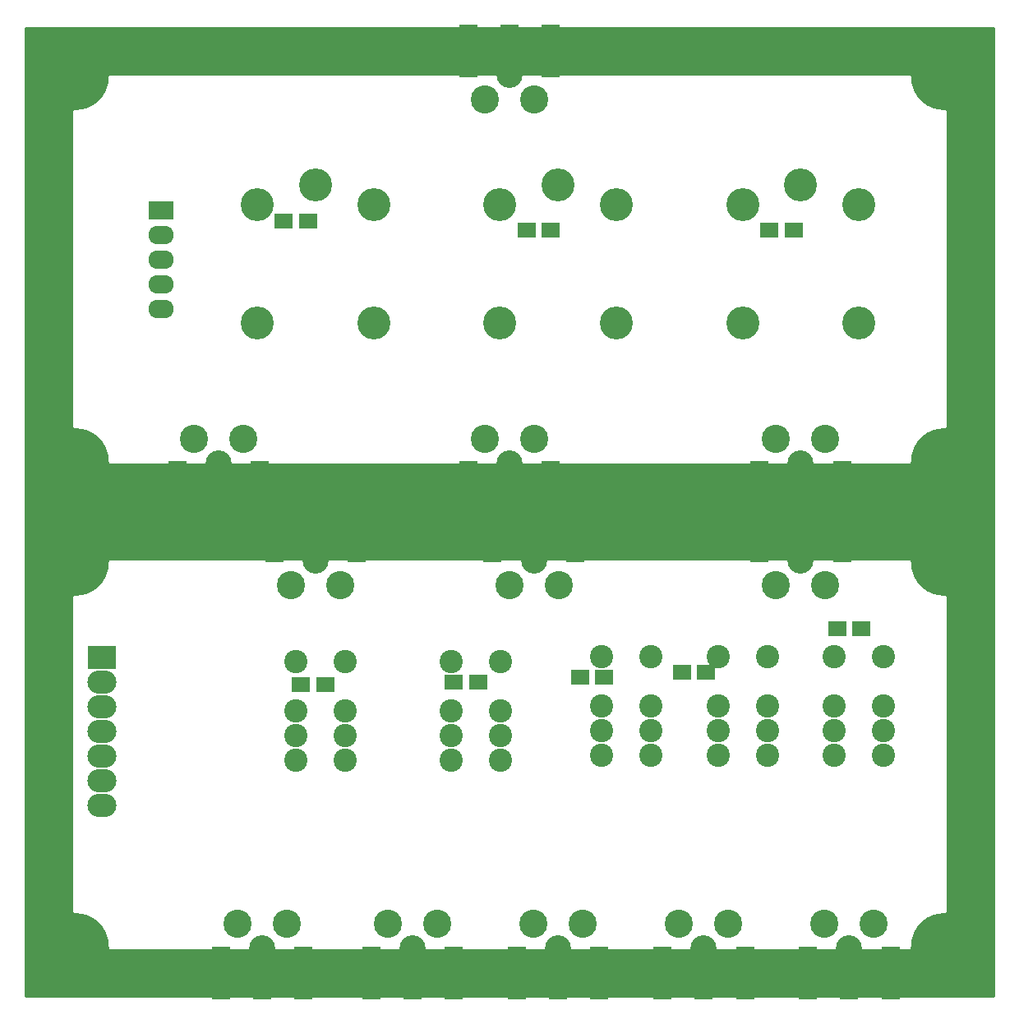
<source format=gbs>
G04 #@! TF.FileFunction,Soldermask,Bot*
%FSLAX46Y46*%
G04 Gerber Fmt 4.6, Leading zero omitted, Abs format (unit mm)*
G04 Created by KiCad (PCBNEW 4.0.7) date 01/28/18 09:58:29*
%MOMM*%
%LPD*%
G01*
G04 APERTURE LIST*
%ADD10C,0.100000*%
%ADD11R,1.900000X5.480000*%
%ADD12C,3.400000*%
%ADD13C,2.400000*%
%ADD14R,1.900000X1.650000*%
%ADD15C,2.700000*%
%ADD16C,2.900000*%
%ADD17O,2.597100X1.924000*%
%ADD18R,2.597100X1.924000*%
%ADD19C,7.400000*%
%ADD20R,3.000000X2.400000*%
%ADD21O,3.000000X2.400000*%
%ADD22C,0.254000*%
G04 APERTURE END LIST*
D10*
D11*
X45750000Y-77500000D03*
X54250000Y-77500000D03*
X50000000Y-77500000D03*
X74250000Y-72500000D03*
X65750000Y-72500000D03*
X70000000Y-72500000D03*
D12*
X106000000Y-55500000D03*
X94000000Y-55500000D03*
X94000000Y-43300000D03*
X106000000Y-43300000D03*
X100000000Y-41300000D03*
D13*
X103460000Y-89920000D03*
X108540000Y-89920000D03*
X103460000Y-95000000D03*
X108540000Y-95000000D03*
X103460000Y-97540000D03*
X103460000Y-100080000D03*
X108540000Y-100080000D03*
X108540000Y-97540000D03*
D14*
X87750000Y-91500000D03*
X90250000Y-91500000D03*
X49250000Y-45000000D03*
X46750000Y-45000000D03*
X77250000Y-92000000D03*
X79750000Y-92000000D03*
X74250000Y-46000000D03*
X71750000Y-46000000D03*
X66750000Y-92500000D03*
X64250000Y-92500000D03*
X99250000Y-46000000D03*
X96750000Y-46000000D03*
X106250000Y-87000000D03*
X103750000Y-87000000D03*
D13*
X79460000Y-89920000D03*
X84540000Y-89920000D03*
X79460000Y-95000000D03*
X84540000Y-95000000D03*
X79460000Y-97540000D03*
X79460000Y-100080000D03*
X84540000Y-100080000D03*
X84540000Y-97540000D03*
D12*
X56000000Y-55500000D03*
X44000000Y-55500000D03*
X44000000Y-43300000D03*
X56000000Y-43300000D03*
X50000000Y-41300000D03*
D13*
X91460000Y-89920000D03*
X96540000Y-89920000D03*
X91460000Y-95000000D03*
X96540000Y-95000000D03*
X91460000Y-97540000D03*
X91460000Y-100080000D03*
X96540000Y-100080000D03*
X96540000Y-97540000D03*
D12*
X81000000Y-55500000D03*
X69000000Y-55500000D03*
X69000000Y-43300000D03*
X81000000Y-43300000D03*
X75000000Y-41300000D03*
D13*
X63960000Y-90420000D03*
X69040000Y-90420000D03*
X63960000Y-95500000D03*
X69040000Y-95500000D03*
X63960000Y-98040000D03*
X63960000Y-100580000D03*
X69040000Y-100580000D03*
X69040000Y-98040000D03*
D15*
X75000000Y-120000000D03*
D16*
X77540000Y-117460000D03*
X72460000Y-117460000D03*
X72460000Y-122540000D03*
X77540000Y-122540000D03*
D15*
X40000000Y-70000000D03*
D16*
X42540000Y-67460000D03*
X37460000Y-67460000D03*
X37460000Y-72540000D03*
X42540000Y-72540000D03*
D15*
X90000000Y-120000000D03*
D16*
X92540000Y-117460000D03*
X87460000Y-117460000D03*
X87460000Y-122540000D03*
X92540000Y-122540000D03*
D15*
X70000000Y-30000000D03*
D16*
X72540000Y-27460000D03*
X67460000Y-27460000D03*
X67460000Y-32540000D03*
X72540000Y-32540000D03*
D15*
X70000000Y-70000000D03*
D16*
X72540000Y-67460000D03*
X67460000Y-67460000D03*
X67460000Y-72540000D03*
X72540000Y-72540000D03*
D15*
X105000000Y-120000000D03*
D16*
X107540000Y-117460000D03*
X102460000Y-117460000D03*
X102460000Y-122540000D03*
X107540000Y-122540000D03*
D15*
X60000000Y-120000000D03*
D16*
X62540000Y-117460000D03*
X57460000Y-117460000D03*
X57460000Y-122540000D03*
X62540000Y-122540000D03*
D15*
X100000000Y-80000000D03*
D16*
X102540000Y-77460000D03*
X97460000Y-77460000D03*
X97460000Y-82540000D03*
X102540000Y-82540000D03*
D15*
X100000000Y-70000000D03*
D16*
X102540000Y-67460000D03*
X97460000Y-67460000D03*
X97460000Y-72540000D03*
X102540000Y-72540000D03*
D17*
X34076200Y-49000000D03*
X34076200Y-54080000D03*
X34076200Y-51540000D03*
D18*
X34076200Y-43920000D03*
D17*
X34076200Y-46460000D03*
D15*
X72500000Y-80000000D03*
D16*
X75040000Y-77460000D03*
X69960000Y-77460000D03*
X69960000Y-82540000D03*
X75040000Y-82540000D03*
D19*
X115000000Y-70000000D03*
X25000000Y-70000000D03*
X25000000Y-120000000D03*
X115000000Y-120000000D03*
X115000000Y-80000000D03*
X25000000Y-80000000D03*
X25000000Y-30000000D03*
X115000000Y-30000000D03*
D11*
X44250000Y-72500000D03*
X35750000Y-72500000D03*
X40000000Y-72500000D03*
X79250000Y-122500000D03*
X70750000Y-122500000D03*
X75000000Y-122500000D03*
X95750000Y-77500000D03*
X104250000Y-77500000D03*
X100000000Y-77500000D03*
X94250000Y-122500000D03*
X85750000Y-122500000D03*
X90000000Y-122500000D03*
X104250000Y-72500000D03*
X95750000Y-72500000D03*
X100000000Y-72500000D03*
X109250000Y-122500000D03*
X100750000Y-122500000D03*
X105000000Y-122500000D03*
X64250000Y-122500000D03*
X55750000Y-122500000D03*
X60000000Y-122500000D03*
X65750000Y-27500000D03*
X74250000Y-27500000D03*
X70000000Y-27500000D03*
X68250000Y-77500000D03*
X76750000Y-77500000D03*
X72500000Y-77500000D03*
D14*
X51000000Y-92750000D03*
X48500000Y-92750000D03*
D15*
X50000000Y-80000000D03*
D16*
X52540000Y-77460000D03*
X47460000Y-77460000D03*
X47460000Y-82540000D03*
X52540000Y-82540000D03*
D20*
X28000000Y-90000000D03*
D21*
X28000000Y-92540000D03*
X28000000Y-95080000D03*
X28000000Y-97620000D03*
X28000000Y-100160000D03*
X28000000Y-102700000D03*
X28000000Y-105240000D03*
D11*
X48750000Y-122500000D03*
X40250000Y-122500000D03*
X44500000Y-122500000D03*
D15*
X44500000Y-120000000D03*
D16*
X47040000Y-117460000D03*
X41960000Y-117460000D03*
X41960000Y-122540000D03*
X47040000Y-122540000D03*
D13*
X47960000Y-90420000D03*
X53040000Y-90420000D03*
X47960000Y-95500000D03*
X53040000Y-95500000D03*
X47960000Y-98040000D03*
X47960000Y-100580000D03*
X53040000Y-100580000D03*
X53040000Y-98040000D03*
D22*
G36*
X119873000Y-124873000D02*
X20127000Y-124873000D01*
X20127000Y-80000000D01*
X24873000Y-80000000D01*
X24873000Y-120000000D01*
X24883006Y-120049410D01*
X24911447Y-120091035D01*
X24953841Y-120118315D01*
X25000000Y-120127000D01*
X115000000Y-120127000D01*
X115049410Y-120116994D01*
X115091035Y-120088553D01*
X115118315Y-120046159D01*
X115127000Y-120000000D01*
X115127000Y-80000000D01*
X115116994Y-79950590D01*
X115088553Y-79908965D01*
X115046159Y-79881685D01*
X115000000Y-79873000D01*
X25000000Y-79873000D01*
X24950590Y-79883006D01*
X24908965Y-79911447D01*
X24881685Y-79953841D01*
X24873000Y-80000000D01*
X20127000Y-80000000D01*
X20127000Y-30000000D01*
X24873000Y-30000000D01*
X24873000Y-70000000D01*
X24883006Y-70049410D01*
X24911447Y-70091035D01*
X24953841Y-70118315D01*
X25000000Y-70127000D01*
X115000000Y-70127000D01*
X115049410Y-70116994D01*
X115091035Y-70088553D01*
X115118315Y-70046159D01*
X115127000Y-70000000D01*
X115127000Y-30000000D01*
X115116994Y-29950590D01*
X115088553Y-29908965D01*
X115046159Y-29881685D01*
X115000000Y-29873000D01*
X25000000Y-29873000D01*
X24950590Y-29883006D01*
X24908965Y-29911447D01*
X24881685Y-29953841D01*
X24873000Y-30000000D01*
X20127000Y-30000000D01*
X20127000Y-25127000D01*
X119873000Y-25127000D01*
X119873000Y-124873000D01*
X119873000Y-124873000D01*
G37*
X119873000Y-124873000D02*
X20127000Y-124873000D01*
X20127000Y-80000000D01*
X24873000Y-80000000D01*
X24873000Y-120000000D01*
X24883006Y-120049410D01*
X24911447Y-120091035D01*
X24953841Y-120118315D01*
X25000000Y-120127000D01*
X115000000Y-120127000D01*
X115049410Y-120116994D01*
X115091035Y-120088553D01*
X115118315Y-120046159D01*
X115127000Y-120000000D01*
X115127000Y-80000000D01*
X115116994Y-79950590D01*
X115088553Y-79908965D01*
X115046159Y-79881685D01*
X115000000Y-79873000D01*
X25000000Y-79873000D01*
X24950590Y-79883006D01*
X24908965Y-79911447D01*
X24881685Y-79953841D01*
X24873000Y-80000000D01*
X20127000Y-80000000D01*
X20127000Y-30000000D01*
X24873000Y-30000000D01*
X24873000Y-70000000D01*
X24883006Y-70049410D01*
X24911447Y-70091035D01*
X24953841Y-70118315D01*
X25000000Y-70127000D01*
X115000000Y-70127000D01*
X115049410Y-70116994D01*
X115091035Y-70088553D01*
X115118315Y-70046159D01*
X115127000Y-70000000D01*
X115127000Y-30000000D01*
X115116994Y-29950590D01*
X115088553Y-29908965D01*
X115046159Y-29881685D01*
X115000000Y-29873000D01*
X25000000Y-29873000D01*
X24950590Y-29883006D01*
X24908965Y-29911447D01*
X24881685Y-29953841D01*
X24873000Y-30000000D01*
X20127000Y-30000000D01*
X20127000Y-25127000D01*
X119873000Y-25127000D01*
X119873000Y-124873000D01*
M02*

</source>
